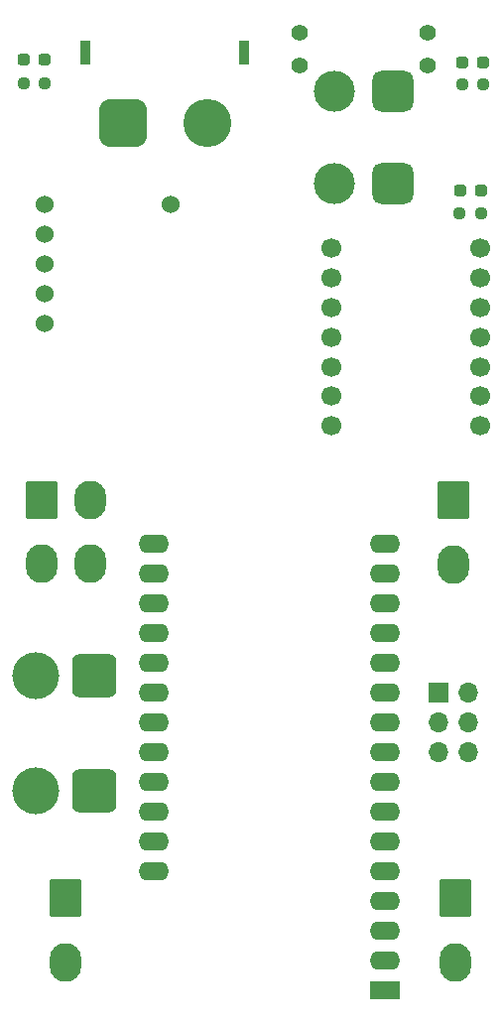
<source format=gts>
G04 #@! TF.GenerationSoftware,KiCad,Pcbnew,8.0.7*
G04 #@! TF.CreationDate,2025-01-20T10:56:57-06:00*
G04 #@! TF.ProjectId,Digit,44696769-742e-46b6-9963-61645f706362,1.2*
G04 #@! TF.SameCoordinates,Original*
G04 #@! TF.FileFunction,Soldermask,Top*
G04 #@! TF.FilePolarity,Negative*
%FSLAX46Y46*%
G04 Gerber Fmt 4.6, Leading zero omitted, Abs format (unit mm)*
G04 Created by KiCad (PCBNEW 8.0.7) date 2025-01-20 10:56:57*
%MOMM*%
%LPD*%
G01*
G04 APERTURE LIST*
G04 Aperture macros list*
%AMRoundRect*
0 Rectangle with rounded corners*
0 $1 Rounding radius*
0 $2 $3 $4 $5 $6 $7 $8 $9 X,Y pos of 4 corners*
0 Add a 4 corners polygon primitive as box body*
4,1,4,$2,$3,$4,$5,$6,$7,$8,$9,$2,$3,0*
0 Add four circle primitives for the rounded corners*
1,1,$1+$1,$2,$3*
1,1,$1+$1,$4,$5*
1,1,$1+$1,$6,$7*
1,1,$1+$1,$8,$9*
0 Add four rect primitives between the rounded corners*
20,1,$1+$1,$2,$3,$4,$5,0*
20,1,$1+$1,$4,$5,$6,$7,0*
20,1,$1+$1,$6,$7,$8,$9,0*
20,1,$1+$1,$8,$9,$2,$3,0*%
G04 Aperture macros list end*
%ADD10C,1.700000*%
%ADD11RoundRect,0.250000X1.050000X0.550000X-1.050000X0.550000X-1.050000X-0.550000X1.050000X-0.550000X0*%
%ADD12O,2.600000X1.600000*%
%ADD13RoundRect,0.760000X1.140000X1.140000X-1.140000X1.140000X-1.140000X-1.140000X1.140000X-1.140000X0*%
%ADD14C,4.000000*%
%ADD15R,0.900000X2.000000*%
%ADD16RoundRect,1.025000X-1.025000X-1.025000X1.025000X-1.025000X1.025000X1.025000X-1.025000X1.025000X0*%
%ADD17C,4.100000*%
%ADD18RoundRect,0.250001X-1.099999X-1.399999X1.099999X-1.399999X1.099999X1.399999X-1.099999X1.399999X0*%
%ADD19O,2.700000X3.300000*%
%ADD20RoundRect,0.237500X-0.287500X-0.237500X0.287500X-0.237500X0.287500X0.237500X-0.287500X0.237500X0*%
%ADD21R,1.700000X1.700000*%
%ADD22O,1.700000X1.700000*%
%ADD23C,1.524000*%
%ADD24RoundRect,0.237500X0.250000X0.237500X-0.250000X0.237500X-0.250000X-0.237500X0.250000X-0.237500X0*%
%ADD25RoundRect,0.237500X0.287500X0.237500X-0.287500X0.237500X-0.287500X-0.237500X0.287500X-0.237500X0*%
%ADD26RoundRect,0.237500X-0.250000X-0.237500X0.250000X-0.237500X0.250000X0.237500X-0.250000X0.237500X0*%
%ADD27C,1.400000*%
%ADD28RoundRect,0.770000X-0.980000X-0.980000X0.980000X-0.980000X0.980000X0.980000X-0.980000X0.980000X0*%
%ADD29C,3.500000*%
%ADD30RoundRect,0.770000X0.980000X0.980000X-0.980000X0.980000X-0.980000X-0.980000X0.980000X-0.980000X0*%
G04 APERTURE END LIST*
D10*
X52740000Y-55440000D03*
X52740000Y-57980000D03*
X52740000Y-60520000D03*
X52740000Y-63060000D03*
X52740000Y-65600000D03*
X52740000Y-68130000D03*
X52740000Y-70670000D03*
X65400000Y-55440000D03*
X65400000Y-57980000D03*
X65400000Y-60520000D03*
X65400000Y-63060000D03*
X65400000Y-65600000D03*
X65400000Y-68130000D03*
X65400000Y-70670000D03*
D11*
X57270000Y-118805000D03*
D12*
X57270000Y-116265000D03*
X57270000Y-113725000D03*
X57270000Y-111185000D03*
X57270000Y-108645000D03*
X57270000Y-106105000D03*
X57270000Y-103565000D03*
X57270000Y-101025000D03*
X57270000Y-98485000D03*
X57270000Y-95945000D03*
X57270000Y-93405000D03*
X57270000Y-90865000D03*
X57270000Y-88325000D03*
X57270000Y-85785000D03*
X57270000Y-83245000D03*
X57270000Y-80705000D03*
X37550000Y-80705000D03*
X37550000Y-83245000D03*
X37550000Y-85785000D03*
X37550000Y-88325000D03*
X37550000Y-90865000D03*
X37550000Y-93405000D03*
X37550000Y-95945000D03*
X37550000Y-98485000D03*
X37550000Y-101025000D03*
X37550000Y-103565000D03*
X37550000Y-106105000D03*
X37550000Y-108645000D03*
D13*
X32500000Y-92000000D03*
D14*
X27500000Y-92000000D03*
D15*
X31750000Y-38800000D03*
X45250000Y-38800000D03*
D16*
X34900000Y-44800000D03*
D17*
X42100000Y-44800000D03*
D18*
X63170000Y-77000000D03*
D19*
X63170000Y-82500000D03*
D20*
X26495000Y-39400000D03*
X28245000Y-39400000D03*
D21*
X61889564Y-93366282D03*
D22*
X64429564Y-93366282D03*
X61889564Y-95906282D03*
X64429564Y-95906282D03*
X61889564Y-98446282D03*
X64429564Y-98446282D03*
D23*
X28270000Y-51770000D03*
X28270000Y-54310000D03*
X28270000Y-56850000D03*
X28270000Y-59390000D03*
X28270000Y-61930000D03*
X38960000Y-51770000D03*
D24*
X65482500Y-52505000D03*
X63657500Y-52505000D03*
D25*
X65470000Y-50605000D03*
X63720000Y-50605000D03*
D13*
X32460000Y-101810000D03*
D14*
X27460000Y-101810000D03*
D26*
X63857500Y-41505000D03*
X65682500Y-41505000D03*
D18*
X63270000Y-110955000D03*
D19*
X63270000Y-116455000D03*
D26*
X26457500Y-41405000D03*
X28282500Y-41405000D03*
D18*
X30060000Y-110900000D03*
D19*
X30060000Y-116400000D03*
D27*
X49970000Y-39940000D03*
X60970000Y-39940000D03*
D28*
X57970000Y-49940000D03*
D29*
X52970000Y-49940000D03*
D20*
X63895000Y-39605000D03*
X65645000Y-39605000D03*
D18*
X27970000Y-76940000D03*
D19*
X32170000Y-76940000D03*
X27970000Y-82440000D03*
X32170000Y-82440000D03*
D27*
X60970000Y-37090000D03*
X49970000Y-37090000D03*
D30*
X57970000Y-42090000D03*
D29*
X52970000Y-42090000D03*
M02*

</source>
